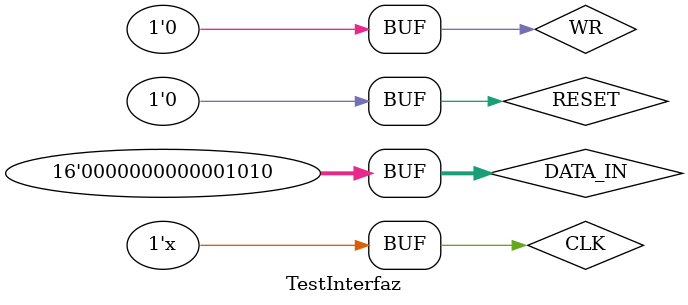
<source format=v>
`timescale 1ns / 1ps


module TestInterfaz;

	// Inputs
	reg CLK;
	reg RESET;
	reg [15:0] DATA_IN;
	reg WR;

	// Outputs
	wire TX;

	// Instantiate the Unit Under Test (UUT)
	Interface uut (
		.CLK(CLK), 
		.RESET(RESET), 
		.DATA_IN(DATA_IN), 
		.WR(WR), 
		.TX(TX)
	);

	initial begin
		// Initialize Inputs
		CLK = 0;
		RESET = 1;
		DATA_IN = 0;
		WR = 0;

		// Wait 100 ns for global reset to finish
		#100;
		RESET = 0;
		#10
		DATA_IN = 10;
		WR=1;
		#2 WR =0;
        
		// Add stimulus here

	end
	
	always
	begin
	#1 CLK = ~CLK;
	end
      
endmodule


</source>
